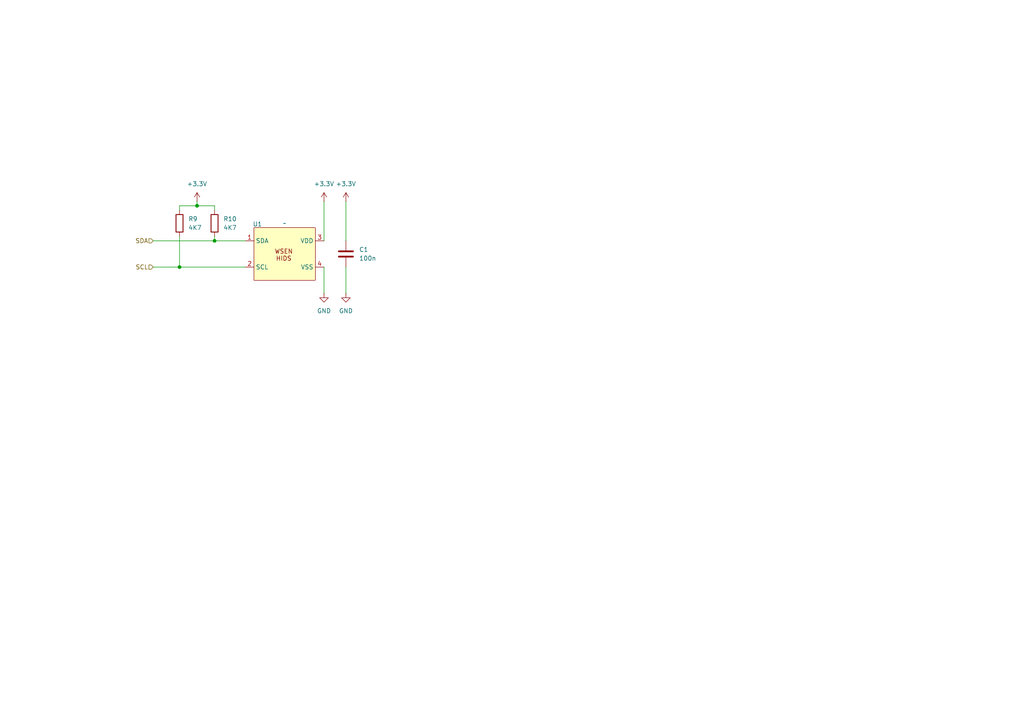
<source format=kicad_sch>
(kicad_sch
	(version 20250114)
	(generator "eeschema")
	(generator_version "9.0")
	(uuid "1f5b1452-fb2b-4839-972a-51128bfee966")
	(paper "A4")
	(lib_symbols
		(symbol "Device:C"
			(pin_numbers
				(hide yes)
			)
			(pin_names
				(offset 0.254)
			)
			(exclude_from_sim no)
			(in_bom yes)
			(on_board yes)
			(property "Reference" "C"
				(at 0.635 2.54 0)
				(effects
					(font
						(size 1.27 1.27)
					)
					(justify left)
				)
			)
			(property "Value" "C"
				(at 0.635 -2.54 0)
				(effects
					(font
						(size 1.27 1.27)
					)
					(justify left)
				)
			)
			(property "Footprint" ""
				(at 0.9652 -3.81 0)
				(effects
					(font
						(size 1.27 1.27)
					)
					(hide yes)
				)
			)
			(property "Datasheet" "~"
				(at 0 0 0)
				(effects
					(font
						(size 1.27 1.27)
					)
					(hide yes)
				)
			)
			(property "Description" "Unpolarized capacitor"
				(at 0 0 0)
				(effects
					(font
						(size 1.27 1.27)
					)
					(hide yes)
				)
			)
			(property "ki_keywords" "cap capacitor"
				(at 0 0 0)
				(effects
					(font
						(size 1.27 1.27)
					)
					(hide yes)
				)
			)
			(property "ki_fp_filters" "C_*"
				(at 0 0 0)
				(effects
					(font
						(size 1.27 1.27)
					)
					(hide yes)
				)
			)
			(symbol "C_0_1"
				(polyline
					(pts
						(xy -2.032 0.762) (xy 2.032 0.762)
					)
					(stroke
						(width 0.508)
						(type default)
					)
					(fill
						(type none)
					)
				)
				(polyline
					(pts
						(xy -2.032 -0.762) (xy 2.032 -0.762)
					)
					(stroke
						(width 0.508)
						(type default)
					)
					(fill
						(type none)
					)
				)
			)
			(symbol "C_1_1"
				(pin passive line
					(at 0 3.81 270)
					(length 2.794)
					(name "~"
						(effects
							(font
								(size 1.27 1.27)
							)
						)
					)
					(number "1"
						(effects
							(font
								(size 1.27 1.27)
							)
						)
					)
				)
				(pin passive line
					(at 0 -3.81 90)
					(length 2.794)
					(name "~"
						(effects
							(font
								(size 1.27 1.27)
							)
						)
					)
					(number "2"
						(effects
							(font
								(size 1.27 1.27)
							)
						)
					)
				)
			)
			(embedded_fonts no)
		)
		(symbol "Device:R"
			(pin_numbers
				(hide yes)
			)
			(pin_names
				(offset 0)
			)
			(exclude_from_sim no)
			(in_bom yes)
			(on_board yes)
			(property "Reference" "R"
				(at 2.032 0 90)
				(effects
					(font
						(size 1.27 1.27)
					)
				)
			)
			(property "Value" "R"
				(at 0 0 90)
				(effects
					(font
						(size 1.27 1.27)
					)
				)
			)
			(property "Footprint" ""
				(at -1.778 0 90)
				(effects
					(font
						(size 1.27 1.27)
					)
					(hide yes)
				)
			)
			(property "Datasheet" "~"
				(at 0 0 0)
				(effects
					(font
						(size 1.27 1.27)
					)
					(hide yes)
				)
			)
			(property "Description" "Resistor"
				(at 0 0 0)
				(effects
					(font
						(size 1.27 1.27)
					)
					(hide yes)
				)
			)
			(property "ki_keywords" "R res resistor"
				(at 0 0 0)
				(effects
					(font
						(size 1.27 1.27)
					)
					(hide yes)
				)
			)
			(property "ki_fp_filters" "R_*"
				(at 0 0 0)
				(effects
					(font
						(size 1.27 1.27)
					)
					(hide yes)
				)
			)
			(symbol "R_0_1"
				(rectangle
					(start -1.016 -2.54)
					(end 1.016 2.54)
					(stroke
						(width 0.254)
						(type default)
					)
					(fill
						(type none)
					)
				)
			)
			(symbol "R_1_1"
				(pin passive line
					(at 0 3.81 270)
					(length 1.27)
					(name "~"
						(effects
							(font
								(size 1.27 1.27)
							)
						)
					)
					(number "1"
						(effects
							(font
								(size 1.27 1.27)
							)
						)
					)
				)
				(pin passive line
					(at 0 -3.81 90)
					(length 1.27)
					(name "~"
						(effects
							(font
								(size 1.27 1.27)
							)
						)
					)
					(number "2"
						(effects
							(font
								(size 1.27 1.27)
							)
						)
					)
				)
			)
			(embedded_fonts no)
		)
		(symbol "WSEN-HIDS:WSEN-HIDS"
			(exclude_from_sim no)
			(in_bom yes)
			(on_board yes)
			(property "Reference" "U1"
				(at -7.874 8.636 0)
				(effects
					(font
						(size 1.27 1.27)
					)
				)
			)
			(property "Value" "~"
				(at 0 8.89 0)
				(effects
					(font
						(size 1.27 1.27)
					)
				)
			)
			(property "Footprint" "WSEN-HIDS Library:WSEN-HIDS_Footprint"
				(at 0 0 0)
				(effects
					(font
						(size 1.27 1.27)
					)
					(hide yes)
				)
			)
			(property "Datasheet" "https://www.we-online.com/components/products/manual/UM_WSEN-HIDS_2525020210002%20(rev1.2).pdf"
				(at 0 0 0)
				(effects
					(font
						(size 1.27 1.27)
					)
					(hide yes)
				)
			)
			(property "Description" "WSEN HIDS Humidity and Temperature Sensor"
				(at 0 0 0)
				(effects
					(font
						(size 1.27 1.27)
					)
					(hide yes)
				)
			)
			(property "MPN" "2525020210002"
				(at 0 0 0)
				(effects
					(font
						(size 1.27 1.27)
					)
					(hide yes)
				)
			)
			(symbol "WSEN-HIDS_1_1"
				(rectangle
					(start -8.89 7.62)
					(end 8.89 -7.62)
					(stroke
						(width 0)
						(type solid)
					)
					(fill
						(type background)
					)
				)
				(text "WSEN\nHIDS"
					(at -0.254 -0.254 0)
					(effects
						(font
							(size 1.27 1.27)
						)
					)
				)
				(pin bidirectional line
					(at -11.43 3.81 0)
					(length 2.54)
					(name "SDA"
						(effects
							(font
								(size 1.27 1.27)
							)
						)
					)
					(number "1"
						(effects
							(font
								(size 1.27 1.27)
							)
						)
					)
				)
				(pin input line
					(at -11.43 -3.81 0)
					(length 2.54)
					(name "SCL"
						(effects
							(font
								(size 1.27 1.27)
							)
						)
					)
					(number "2"
						(effects
							(font
								(size 1.27 1.27)
							)
						)
					)
				)
				(pin power_in line
					(at 11.43 3.81 180)
					(length 2.54)
					(name "VDD"
						(effects
							(font
								(size 1.27 1.27)
							)
						)
					)
					(number "3"
						(effects
							(font
								(size 1.27 1.27)
							)
						)
					)
				)
				(pin power_in line
					(at 11.43 -3.81 180)
					(length 2.54)
					(name "VSS"
						(effects
							(font
								(size 1.27 1.27)
							)
						)
					)
					(number "4"
						(effects
							(font
								(size 1.27 1.27)
							)
						)
					)
				)
			)
			(embedded_fonts no)
		)
		(symbol "power:GND"
			(power)
			(pin_numbers
				(hide yes)
			)
			(pin_names
				(offset 0)
				(hide yes)
			)
			(exclude_from_sim no)
			(in_bom yes)
			(on_board yes)
			(property "Reference" "#PWR"
				(at 0 -6.35 0)
				(effects
					(font
						(size 1.27 1.27)
					)
					(hide yes)
				)
			)
			(property "Value" "GND"
				(at 0 -3.81 0)
				(effects
					(font
						(size 1.27 1.27)
					)
				)
			)
			(property "Footprint" ""
				(at 0 0 0)
				(effects
					(font
						(size 1.27 1.27)
					)
					(hide yes)
				)
			)
			(property "Datasheet" ""
				(at 0 0 0)
				(effects
					(font
						(size 1.27 1.27)
					)
					(hide yes)
				)
			)
			(property "Description" "Power symbol creates a global label with name \"GND\" , ground"
				(at 0 0 0)
				(effects
					(font
						(size 1.27 1.27)
					)
					(hide yes)
				)
			)
			(property "ki_keywords" "global power"
				(at 0 0 0)
				(effects
					(font
						(size 1.27 1.27)
					)
					(hide yes)
				)
			)
			(symbol "GND_0_1"
				(polyline
					(pts
						(xy 0 0) (xy 0 -1.27) (xy 1.27 -1.27) (xy 0 -2.54) (xy -1.27 -1.27) (xy 0 -1.27)
					)
					(stroke
						(width 0)
						(type default)
					)
					(fill
						(type none)
					)
				)
			)
			(symbol "GND_1_1"
				(pin power_in line
					(at 0 0 270)
					(length 0)
					(name "~"
						(effects
							(font
								(size 1.27 1.27)
							)
						)
					)
					(number "1"
						(effects
							(font
								(size 1.27 1.27)
							)
						)
					)
				)
			)
			(embedded_fonts no)
		)
		(symbol "power:VDD"
			(power)
			(pin_numbers
				(hide yes)
			)
			(pin_names
				(offset 0)
				(hide yes)
			)
			(exclude_from_sim no)
			(in_bom yes)
			(on_board yes)
			(property "Reference" "#PWR"
				(at 0 -3.81 0)
				(effects
					(font
						(size 1.27 1.27)
					)
					(hide yes)
				)
			)
			(property "Value" "VDD"
				(at 0 3.556 0)
				(effects
					(font
						(size 1.27 1.27)
					)
				)
			)
			(property "Footprint" ""
				(at 0 0 0)
				(effects
					(font
						(size 1.27 1.27)
					)
					(hide yes)
				)
			)
			(property "Datasheet" ""
				(at 0 0 0)
				(effects
					(font
						(size 1.27 1.27)
					)
					(hide yes)
				)
			)
			(property "Description" "Power symbol creates a global label with name \"VDD\""
				(at 0 0 0)
				(effects
					(font
						(size 1.27 1.27)
					)
					(hide yes)
				)
			)
			(property "ki_keywords" "global power"
				(at 0 0 0)
				(effects
					(font
						(size 1.27 1.27)
					)
					(hide yes)
				)
			)
			(symbol "VDD_0_1"
				(polyline
					(pts
						(xy -0.762 1.27) (xy 0 2.54)
					)
					(stroke
						(width 0)
						(type default)
					)
					(fill
						(type none)
					)
				)
				(polyline
					(pts
						(xy 0 2.54) (xy 0.762 1.27)
					)
					(stroke
						(width 0)
						(type default)
					)
					(fill
						(type none)
					)
				)
				(polyline
					(pts
						(xy 0 0) (xy 0 2.54)
					)
					(stroke
						(width 0)
						(type default)
					)
					(fill
						(type none)
					)
				)
			)
			(symbol "VDD_1_1"
				(pin power_in line
					(at 0 0 90)
					(length 0)
					(name "~"
						(effects
							(font
								(size 1.27 1.27)
							)
						)
					)
					(number "1"
						(effects
							(font
								(size 1.27 1.27)
							)
						)
					)
				)
			)
			(embedded_fonts no)
		)
	)
	(junction
		(at 52.07 77.47)
		(diameter 0)
		(color 0 0 0 0)
		(uuid "4688e794-6652-47bd-a80c-343d6eff7509")
	)
	(junction
		(at 62.23 69.85)
		(diameter 0)
		(color 0 0 0 0)
		(uuid "4f41a427-6f68-4877-8faf-9780b24d046a")
	)
	(junction
		(at 57.15 59.69)
		(diameter 0)
		(color 0 0 0 0)
		(uuid "e0048964-b5bb-485c-a007-6ab76b6f06f9")
	)
	(wire
		(pts
			(xy 100.33 58.42) (xy 100.33 69.85)
		)
		(stroke
			(width 0)
			(type default)
		)
		(uuid "06c196c4-76e8-45ec-98bb-24085da3f910")
	)
	(wire
		(pts
			(xy 62.23 68.58) (xy 62.23 69.85)
		)
		(stroke
			(width 0)
			(type default)
		)
		(uuid "2238d988-62d0-4dc3-94e1-6778ddc909e6")
	)
	(wire
		(pts
			(xy 93.98 77.47) (xy 93.98 85.09)
		)
		(stroke
			(width 0)
			(type default)
		)
		(uuid "43c76843-fa8e-4329-8240-4dcf8f3b143a")
	)
	(wire
		(pts
			(xy 44.45 69.85) (xy 62.23 69.85)
		)
		(stroke
			(width 0)
			(type default)
		)
		(uuid "48d86434-168a-4da5-9520-90a12dba7cd5")
	)
	(wire
		(pts
			(xy 57.15 58.42) (xy 57.15 59.69)
		)
		(stroke
			(width 0)
			(type default)
		)
		(uuid "4b022e4e-20db-4869-b174-6782eac33e2c")
	)
	(wire
		(pts
			(xy 62.23 69.85) (xy 71.12 69.85)
		)
		(stroke
			(width 0)
			(type default)
		)
		(uuid "4f852fbe-dfd3-4851-8ba6-dc2826e8dbf2")
	)
	(wire
		(pts
			(xy 57.15 59.69) (xy 62.23 59.69)
		)
		(stroke
			(width 0)
			(type default)
		)
		(uuid "7bcf3a3e-05dc-4240-980e-1541076c48e9")
	)
	(wire
		(pts
			(xy 52.07 59.69) (xy 57.15 59.69)
		)
		(stroke
			(width 0)
			(type default)
		)
		(uuid "7d43300e-c597-4fa7-a37c-fa73d96ef458")
	)
	(wire
		(pts
			(xy 52.07 77.47) (xy 71.12 77.47)
		)
		(stroke
			(width 0)
			(type default)
		)
		(uuid "8ee5037a-1b47-4463-90ad-2a4e2997c393")
	)
	(wire
		(pts
			(xy 52.07 59.69) (xy 52.07 60.96)
		)
		(stroke
			(width 0)
			(type default)
		)
		(uuid "92a2cb5a-f018-49ff-88bf-de70237eaaf3")
	)
	(wire
		(pts
			(xy 44.45 77.47) (xy 52.07 77.47)
		)
		(stroke
			(width 0)
			(type default)
		)
		(uuid "bbacdf30-0211-4166-96a4-c7d90444ead9")
	)
	(wire
		(pts
			(xy 62.23 59.69) (xy 62.23 60.96)
		)
		(stroke
			(width 0)
			(type default)
		)
		(uuid "c860ecac-4b1c-4d3e-909a-9d85e3bd4e1c")
	)
	(wire
		(pts
			(xy 93.98 58.42) (xy 93.98 69.85)
		)
		(stroke
			(width 0)
			(type default)
		)
		(uuid "cfba9d3c-d8a8-4b3c-8b23-42f1eea79a28")
	)
	(wire
		(pts
			(xy 52.07 68.58) (xy 52.07 77.47)
		)
		(stroke
			(width 0)
			(type default)
		)
		(uuid "d30ce4c7-158f-4f52-b864-591ed34b3467")
	)
	(wire
		(pts
			(xy 100.33 77.47) (xy 100.33 85.09)
		)
		(stroke
			(width 0)
			(type default)
		)
		(uuid "f1e9f43f-3637-4b71-8042-d15050aa444f")
	)
	(hierarchical_label "SDA"
		(shape input)
		(at 44.45 69.85 180)
		(effects
			(font
				(size 1.27 1.27)
			)
			(justify right)
		)
		(uuid "3ca71528-51e6-4cb0-8c25-43bcc11799ce")
	)
	(hierarchical_label "SCL"
		(shape input)
		(at 44.45 77.47 180)
		(effects
			(font
				(size 1.27 1.27)
			)
			(justify right)
		)
		(uuid "8ed5e09b-0a29-4643-bfe6-63a11e3ed6ff")
	)
	(symbol
		(lib_id "power:VDD")
		(at 93.98 58.42 0)
		(unit 1)
		(exclude_from_sim no)
		(in_bom yes)
		(on_board yes)
		(dnp no)
		(fields_autoplaced yes)
		(uuid "06b5b957-0a90-47e4-83a9-64257a79da21")
		(property "Reference" "#PWR04"
			(at 93.98 62.23 0)
			(effects
				(font
					(size 1.27 1.27)
				)
				(hide yes)
			)
		)
		(property "Value" "+3.3V"
			(at 93.98 53.34 0)
			(effects
				(font
					(size 1.27 1.27)
				)
			)
		)
		(property "Footprint" ""
			(at 93.98 58.42 0)
			(effects
				(font
					(size 1.27 1.27)
				)
				(hide yes)
			)
		)
		(property "Datasheet" ""
			(at 93.98 58.42 0)
			(effects
				(font
					(size 1.27 1.27)
				)
				(hide yes)
			)
		)
		(property "Description" "Power symbol creates a global label with name \"VDD\""
			(at 93.98 58.42 0)
			(effects
				(font
					(size 1.27 1.27)
				)
				(hide yes)
			)
		)
		(pin "1"
			(uuid "58594bf3-7908-42f6-b779-4e87a807d5a6")
		)
		(instances
			(project "WSEN-HIDS_Demo_Board"
				(path "/0b9d3690-03ac-4718-a721-d774fd5bc4e6/5fe622be-2fbe-4fed-9f59-bd26a10dcc1e"
					(reference "#PWR04")
					(unit 1)
				)
			)
		)
	)
	(symbol
		(lib_id "power:VDD")
		(at 57.15 58.42 0)
		(unit 1)
		(exclude_from_sim no)
		(in_bom yes)
		(on_board yes)
		(dnp no)
		(fields_autoplaced yes)
		(uuid "6279ca7f-1b0c-4275-b889-29f661c527bf")
		(property "Reference" "#PWR01"
			(at 57.15 62.23 0)
			(effects
				(font
					(size 1.27 1.27)
				)
				(hide yes)
			)
		)
		(property "Value" "+3.3V"
			(at 57.15 53.34 0)
			(effects
				(font
					(size 1.27 1.27)
				)
			)
		)
		(property "Footprint" ""
			(at 57.15 58.42 0)
			(effects
				(font
					(size 1.27 1.27)
				)
				(hide yes)
			)
		)
		(property "Datasheet" ""
			(at 57.15 58.42 0)
			(effects
				(font
					(size 1.27 1.27)
				)
				(hide yes)
			)
		)
		(property "Description" "Power symbol creates a global label with name \"VDD\""
			(at 57.15 58.42 0)
			(effects
				(font
					(size 1.27 1.27)
				)
				(hide yes)
			)
		)
		(pin "1"
			(uuid "768c4383-9a90-48d1-b935-aebe8958430a")
		)
		(instances
			(project "WSEN-HIDS_Demo_Board"
				(path "/0b9d3690-03ac-4718-a721-d774fd5bc4e6/5fe622be-2fbe-4fed-9f59-bd26a10dcc1e"
					(reference "#PWR01")
					(unit 1)
				)
			)
		)
	)
	(symbol
		(lib_id "Device:C")
		(at 100.33 73.66 0)
		(unit 1)
		(exclude_from_sim no)
		(in_bom yes)
		(on_board yes)
		(dnp no)
		(uuid "79161dc0-7d83-4f57-aa4d-61f921568008")
		(property "Reference" "C1"
			(at 104.14 72.3899 0)
			(effects
				(font
					(size 1.27 1.27)
				)
				(justify left)
			)
		)
		(property "Value" "100n"
			(at 104.14 74.9299 0)
			(effects
				(font
					(size 1.27 1.27)
				)
				(justify left)
			)
		)
		(property "Footprint" "Capacitor_SMD:C_0603_1608Metric"
			(at 101.2952 77.47 0)
			(effects
				(font
					(size 1.27 1.27)
				)
				(hide yes)
			)
		)
		(property "Datasheet" "~"
			(at 100.33 73.66 0)
			(effects
				(font
					(size 1.27 1.27)
				)
				(hide yes)
			)
		)
		(property "Description" "Unpolarized capacitor"
			(at 100.33 73.66 0)
			(effects
				(font
					(size 1.27 1.27)
				)
				(hide yes)
			)
		)
		(property "MPN" "100n 50V X5R"
			(at 100.33 73.66 0)
			(effects
				(font
					(size 1.27 1.27)
				)
				(hide yes)
			)
		)
		(pin "1"
			(uuid "be5e0ef9-0b6f-4f21-82a8-8e5dacc4efe0")
		)
		(pin "2"
			(uuid "61ad3293-0822-4e9f-9281-d44c0cf38691")
		)
		(instances
			(project "WSEN-HIDS_Demo_Board"
				(path "/0b9d3690-03ac-4718-a721-d774fd5bc4e6/5fe622be-2fbe-4fed-9f59-bd26a10dcc1e"
					(reference "C1")
					(unit 1)
				)
			)
		)
	)
	(symbol
		(lib_id "Device:R")
		(at 62.23 64.77 0)
		(unit 1)
		(exclude_from_sim no)
		(in_bom yes)
		(on_board yes)
		(dnp no)
		(fields_autoplaced yes)
		(uuid "7f874958-ff65-41c4-9422-775d5c116f61")
		(property "Reference" "R10"
			(at 64.77 63.4999 0)
			(effects
				(font
					(size 1.27 1.27)
				)
				(justify left)
			)
		)
		(property "Value" "4K7"
			(at 64.77 66.0399 0)
			(effects
				(font
					(size 1.27 1.27)
				)
				(justify left)
			)
		)
		(property "Footprint" "Resistor_SMD:R_0603_1608Metric"
			(at 60.452 64.77 90)
			(effects
				(font
					(size 1.27 1.27)
				)
				(hide yes)
			)
		)
		(property "Datasheet" "~"
			(at 62.23 64.77 0)
			(effects
				(font
					(size 1.27 1.27)
				)
				(hide yes)
			)
		)
		(property "Description" "Resistor"
			(at 62.23 64.77 0)
			(effects
				(font
					(size 1.27 1.27)
				)
				(hide yes)
			)
		)
		(pin "2"
			(uuid "0822cb80-5f3c-46a8-b76b-005baf2a6ef8")
		)
		(pin "1"
			(uuid "5f8c8165-3775-4094-b754-d65c8c1cae5c")
		)
		(instances
			(project "WSEN-HIDS_Demo_Board"
				(path "/0b9d3690-03ac-4718-a721-d774fd5bc4e6/5fe622be-2fbe-4fed-9f59-bd26a10dcc1e"
					(reference "R10")
					(unit 1)
				)
			)
		)
	)
	(symbol
		(lib_id "power:GND")
		(at 100.33 85.09 0)
		(unit 1)
		(exclude_from_sim no)
		(in_bom yes)
		(on_board yes)
		(dnp no)
		(fields_autoplaced yes)
		(uuid "9d0ee979-12bc-4df9-8866-b0a3e1619efe")
		(property "Reference" "#PWR03"
			(at 100.33 91.44 0)
			(effects
				(font
					(size 1.27 1.27)
				)
				(hide yes)
			)
		)
		(property "Value" "GND"
			(at 100.33 90.17 0)
			(effects
				(font
					(size 1.27 1.27)
				)
			)
		)
		(property "Footprint" ""
			(at 100.33 85.09 0)
			(effects
				(font
					(size 1.27 1.27)
				)
				(hide yes)
			)
		)
		(property "Datasheet" ""
			(at 100.33 85.09 0)
			(effects
				(font
					(size 1.27 1.27)
				)
				(hide yes)
			)
		)
		(property "Description" "Power symbol creates a global label with name \"GND\" , ground"
			(at 100.33 85.09 0)
			(effects
				(font
					(size 1.27 1.27)
				)
				(hide yes)
			)
		)
		(pin "1"
			(uuid "b9849a5a-e77c-4efc-b8e7-417d8e9f2de2")
		)
		(instances
			(project "WSEN-HIDS_Demo_Board"
				(path "/0b9d3690-03ac-4718-a721-d774fd5bc4e6/5fe622be-2fbe-4fed-9f59-bd26a10dcc1e"
					(reference "#PWR03")
					(unit 1)
				)
			)
		)
	)
	(symbol
		(lib_id "Device:R")
		(at 52.07 64.77 0)
		(unit 1)
		(exclude_from_sim no)
		(in_bom yes)
		(on_board yes)
		(dnp no)
		(uuid "ad1a496a-e43c-4e06-bf7a-af070fbe8c0f")
		(property "Reference" "R9"
			(at 54.61 63.4999 0)
			(effects
				(font
					(size 1.27 1.27)
				)
				(justify left)
			)
		)
		(property "Value" "4K7"
			(at 54.61 66.0399 0)
			(effects
				(font
					(size 1.27 1.27)
				)
				(justify left)
			)
		)
		(property "Footprint" "Resistor_SMD:R_0603_1608Metric"
			(at 50.292 64.77 90)
			(effects
				(font
					(size 1.27 1.27)
				)
				(hide yes)
			)
		)
		(property "Datasheet" "~"
			(at 52.07 64.77 0)
			(effects
				(font
					(size 1.27 1.27)
				)
				(hide yes)
			)
		)
		(property "Description" "Resistor"
			(at 52.07 64.77 0)
			(effects
				(font
					(size 1.27 1.27)
				)
				(hide yes)
			)
		)
		(pin "2"
			(uuid "35407b3c-f8a8-4daf-812d-fdb32f099d7b")
		)
		(pin "1"
			(uuid "a5a1bbba-bbd0-45fd-8393-318717a2dc65")
		)
		(instances
			(project "WSEN-HIDS_Demo_Board"
				(path "/0b9d3690-03ac-4718-a721-d774fd5bc4e6/5fe622be-2fbe-4fed-9f59-bd26a10dcc1e"
					(reference "R9")
					(unit 1)
				)
			)
		)
	)
	(symbol
		(lib_id "power:GND")
		(at 93.98 85.09 0)
		(unit 1)
		(exclude_from_sim no)
		(in_bom yes)
		(on_board yes)
		(dnp no)
		(fields_autoplaced yes)
		(uuid "af2e9e22-5947-4fc7-9e61-463c5423324c")
		(property "Reference" "#PWR05"
			(at 93.98 91.44 0)
			(effects
				(font
					(size 1.27 1.27)
				)
				(hide yes)
			)
		)
		(property "Value" "GND"
			(at 93.98 90.17 0)
			(effects
				(font
					(size 1.27 1.27)
				)
			)
		)
		(property "Footprint" ""
			(at 93.98 85.09 0)
			(effects
				(font
					(size 1.27 1.27)
				)
				(hide yes)
			)
		)
		(property "Datasheet" ""
			(at 93.98 85.09 0)
			(effects
				(font
					(size 1.27 1.27)
				)
				(hide yes)
			)
		)
		(property "Description" "Power symbol creates a global label with name \"GND\" , ground"
			(at 93.98 85.09 0)
			(effects
				(font
					(size 1.27 1.27)
				)
				(hide yes)
			)
		)
		(pin "1"
			(uuid "3635f746-f473-4234-9454-f1db71e3c1be")
		)
		(instances
			(project "WSEN-HIDS_Demo_Board"
				(path "/0b9d3690-03ac-4718-a721-d774fd5bc4e6/5fe622be-2fbe-4fed-9f59-bd26a10dcc1e"
					(reference "#PWR05")
					(unit 1)
				)
			)
		)
	)
	(symbol
		(lib_id "WSEN-HIDS:WSEN-HIDS")
		(at 82.55 73.66 0)
		(unit 1)
		(exclude_from_sim no)
		(in_bom yes)
		(on_board yes)
		(dnp no)
		(uuid "b1d0803a-e057-497d-b4f1-a924a5633056")
		(property "Reference" "U1"
			(at 74.676 65.024 0)
			(effects
				(font
					(size 1.27 1.27)
				)
			)
		)
		(property "Value" "~"
			(at 82.55 64.77 0)
			(effects
				(font
					(size 1.27 1.27)
				)
			)
		)
		(property "Footprint" "WSEN-HIDS Library:WSEN-HIDS_Footprint"
			(at 82.55 73.66 0)
			(effects
				(font
					(size 1.27 1.27)
				)
				(hide yes)
			)
		)
		(property "Datasheet" "https://www.we-online.com/components/products/manual/UM_WSEN-HIDS_2525020210002%20(rev1.2).pdf"
			(at 82.55 73.66 0)
			(effects
				(font
					(size 1.27 1.27)
				)
				(hide yes)
			)
		)
		(property "Description" "WSEN HIDS Humidity and Temperature Sensor"
			(at 82.55 73.66 0)
			(effects
				(font
					(size 1.27 1.27)
				)
				(hide yes)
			)
		)
		(property "MPN" "2525020210002"
			(at 82.55 73.66 0)
			(effects
				(font
					(size 1.27 1.27)
				)
				(hide yes)
			)
		)
		(pin "3"
			(uuid "452310ac-8e76-4020-827e-23f1440cab47")
		)
		(pin "4"
			(uuid "5d8c5058-ea3c-40a1-acb0-001899bc5ad8")
		)
		(pin "2"
			(uuid "56172a0e-b688-4ae4-9c78-d604d6a6bcb2")
		)
		(pin "1"
			(uuid "b3d730e2-3dde-43a6-8216-8c420706c988")
		)
		(instances
			(project "WSEN-HIDS_Demo_Board"
				(path "/0b9d3690-03ac-4718-a721-d774fd5bc4e6/5fe622be-2fbe-4fed-9f59-bd26a10dcc1e"
					(reference "U1")
					(unit 1)
				)
			)
		)
	)
	(symbol
		(lib_id "power:VDD")
		(at 100.33 58.42 0)
		(unit 1)
		(exclude_from_sim no)
		(in_bom yes)
		(on_board yes)
		(dnp no)
		(fields_autoplaced yes)
		(uuid "c9951ae3-348f-4a59-af29-ddb9817d9c76")
		(property "Reference" "#PWR02"
			(at 100.33 62.23 0)
			(effects
				(font
					(size 1.27 1.27)
				)
				(hide yes)
			)
		)
		(property "Value" "+3.3V"
			(at 100.33 53.34 0)
			(effects
				(font
					(size 1.27 1.27)
				)
			)
		)
		(property "Footprint" ""
			(at 100.33 58.42 0)
			(effects
				(font
					(size 1.27 1.27)
				)
				(hide yes)
			)
		)
		(property "Datasheet" ""
			(at 100.33 58.42 0)
			(effects
				(font
					(size 1.27 1.27)
				)
				(hide yes)
			)
		)
		(property "Description" "Power symbol creates a global label with name \"VDD\""
			(at 100.33 58.42 0)
			(effects
				(font
					(size 1.27 1.27)
				)
				(hide yes)
			)
		)
		(pin "1"
			(uuid "e20fe42a-1db5-4078-8f36-d0e52d59546e")
		)
		(instances
			(project "WSEN-HIDS_Demo_Board"
				(path "/0b9d3690-03ac-4718-a721-d774fd5bc4e6/5fe622be-2fbe-4fed-9f59-bd26a10dcc1e"
					(reference "#PWR02")
					(unit 1)
				)
			)
		)
	)
)

</source>
